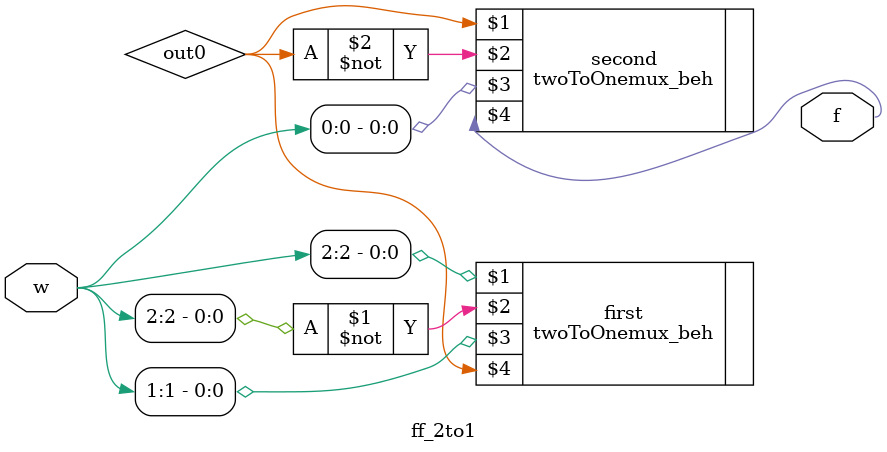
<source format=sv>
`timescale 1ns / 1ps


/*module ff_4to1(
input logic [2:0]w ,
output logic f 
    );
    fourToOnemux_beh xor3(w[0] , ~w[0] , ~w[0] , w[0] , w[1] , w[2] , f) ;
endmodule*/

module ff_2to1(
input logic [2:0]w,
output logic f
    );
    logic out0 ;
    twoToOnemux_beh first(w[2] , ~w[2] , w[1] , out0) ;
    twoToOnemux_beh second(out0 , ~out0 , w[0] , f) ;
endmodule

</source>
